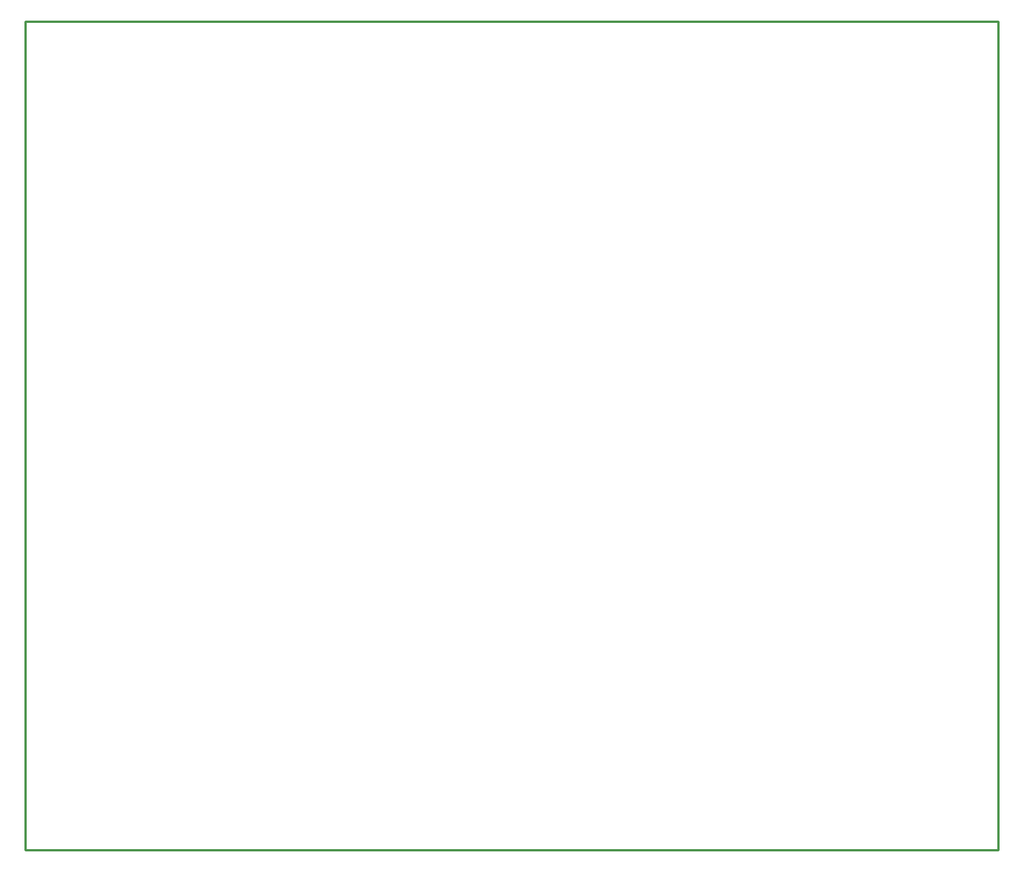
<source format=gko>
G04 Layer: BoardOutline*
G04 EasyEDA v6.3.22, 2020-02-07T10:38:26+05:30*
G04 d98ca743bd924faf94c975302ac9eeb7,545d4b8ce55c4096bfffc31d6a5384ca,10*
G04 Gerber Generator version 0.2*
G04 Scale: 100 percent, Rotated: No, Reflected: No *
G04 Dimensions in millimeters *
G04 leading zeros omitted , absolute positions ,3 integer and 3 decimal *
%FSLAX33Y33*%
%MOMM*%
G90*
G71D02*

%ADD10C,0.254000*%
G54D10*
G01X0Y91948D02*
G01X107950Y91948D01*
G01X107950Y0D01*
G01X0Y0D01*
G01X0Y91948D01*

%LPD*%
M00*
M02*

</source>
